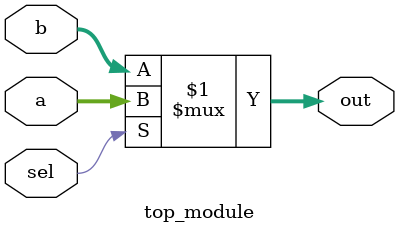
<source format=v>
module top_module (
    input sel,
    input [7:0] a,
    input [7:0] b,
    output [7:0]out  );

    assign out = sel?a:b;

endmodule

</source>
